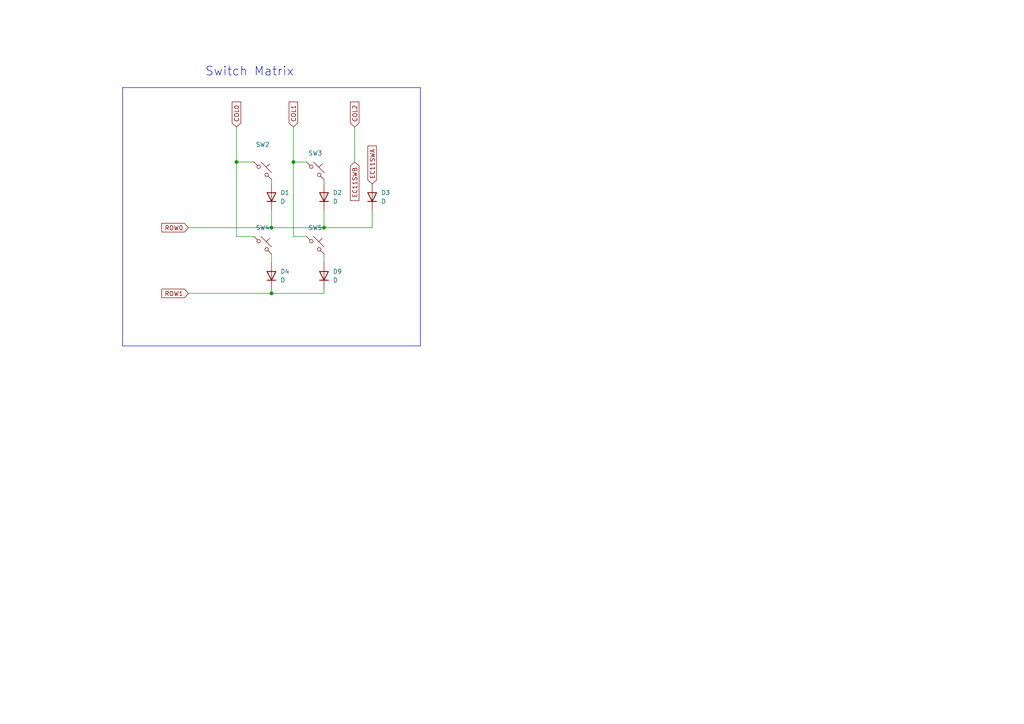
<source format=kicad_sch>
(kicad_sch (version 20231120) (generator "eeschema") (generator_version "8.0")
  (paper "A4")
  (lib_symbols
    (symbol "Device:D" (pin_numbers hide) (pin_names (offset 1.016) hide)
      (property "Reference" "D" (at 0 2.54 0))
      (property "Value" "D" (at 0 -2.54 0))
      (symbol "D_0_1"
        (polyline (pts (xy -1.27 1.27) (xy -1.27 -1.27)) (stroke (width 0.254)))
        (polyline (pts (xy 1.27 0) (xy -1.27 0)))
        (polyline (pts (xy 1.27 1.27) (xy 1.27 -1.27) (xy -1.27 0) (xy 1.27 1.27)) (stroke (width 0.254)))
      )
      (symbol "D_1_1"
        (pin passive line (at -3.81 0 0) (length 2.54) (name "K") (number "1"))
        (pin passive line (at 3.81 0 180) (length 2.54) (name "A") (number "2"))
      )
    )
    (symbol "Switch:SW_Push_45deg" (pin_numbers hide) (pin_names (offset 1.016) hide)
      (property "Reference" "SW" (at 3.048 1.016 0))
      (property "Value" "SW_Push_45deg" (at 0 -3.81 0))
      (symbol "SW_Push_45deg_0_1"
        (circle (center -1.1684 1.1684) (radius 0.508))
        (polyline (pts (xy -0.508 2.54) (xy 2.54 -0.508)))
        (polyline (pts (xy 1.016 1.016) (xy 2.032 2.032)))
        (polyline (pts (xy -2.54 2.54) (xy -1.524 1.524) (xy -1.524 1.524)))
        (polyline (pts (xy 1.524 -1.524) (xy 2.54 -2.54) (xy 2.54 -2.54) (xy 2.54 -2.54)))
        (circle (center 1.143 -1.1938) (radius 0.508))
        (pin passive line (at -2.54 2.54 0) (length 0) (name "1") (number "1"))
        (pin passive line (at 2.54 -2.54 180) (length 0) (name "2") (number "2"))
      )
    )
  )
  (junction (at 85.09 46.99))
  (junction (at 78.74 85.09))
  (junction (at 78.74 66.04))
  (junction (at 93.98 66.04))
  (junction (at 68.58 46.99))
  (wire (pts (xy 68.58 46.99) (xy 68.58 68.58)))
  (wire (pts (xy 107.95 60.96) (xy 107.95 66.04)))
  (wire (pts (xy 68.58 68.58) (xy 73.66 68.58)))
  (wire (pts (xy 93.98 73.66) (xy 93.98 76.2)))
  (wire (pts (xy 78.74 83.82) (xy 78.74 85.09)))
  (wire (pts (xy 78.74 60.96) (xy 78.74 66.04)))
  (wire (pts (xy 54.61 85.09) (xy 78.74 85.09)))
  (wire (pts (xy 78.74 53.34) (xy 78.74 52.07)))
  (wire (pts (xy 85.09 46.99) (xy 88.9 46.99)))
  (wire (pts (xy 85.09 46.99) (xy 85.09 36.83)))
  (wire (pts (xy 107.95 66.04) (xy 93.98 66.04)))
  (wire (pts (xy 54.61 66.04) (xy 78.74 66.04)))
  (wire (pts (xy 78.74 85.09) (xy 93.98 85.09)))
  (wire (pts (xy 102.87 36.83) (xy 102.87 46.99)))
  (wire (pts (xy 68.58 46.99) (xy 73.66 46.99)))
  (wire (pts (xy 78.74 76.2) (xy 78.74 73.66)))
  (wire (pts (xy 93.98 85.09) (xy 93.98 83.82)))
  (wire (pts (xy 93.98 60.96) (xy 93.98 66.04)))
  (wire (pts (xy 78.74 66.04) (xy 93.98 66.04)))
  (wire (pts (xy 68.58 36.83) (xy 68.58 46.99)))
  (wire (pts (xy 93.98 52.07) (xy 93.98 53.34)))
  (wire (pts (xy 85.09 68.58) (xy 88.9 68.58)))
  (wire (pts (xy 85.09 46.99) (xy 85.09 68.58)))
  (rectangle (start 35.56 25.4) (end 121.92 100.33))
  (text "Switch Matrix\n" (at 72.39 20.828 0) (effects (font (size 2.54 2.54))))
  (global_label "EC11SWB" (shape input) (at 102.87 46.99 270) (property "Intersheetrefs" "${INTERSHEET_REFS}" (effects (hide yes))))
  (global_label "ROW1" (shape input) (at 54.61 85.09 180) (property "Intersheetrefs" "${INTERSHEET_REFS}" (effects (hide yes))))
  (global_label "EC11SWA" (shape input) (at 107.95 53.34 90) (property "Intersheetrefs" "${INTERSHEET_REFS}" (effects (hide yes))))
  (global_label "COL2" (shape input) (at 102.87 36.83 90) (property "Intersheetrefs" "${INTERSHEET_REFS}" (effects (hide yes))))
  (global_label "COL0" (shape input) (at 68.58 36.83 90) (property "Intersheetrefs" "${INTERSHEET_REFS}" (effects (hide yes))))
  (global_label "ROW0" (shape input) (at 54.61 66.04 180) (property "Intersheetrefs" "${INTERSHEET_REFS}" (effects (hide yes))))
  (global_label "COL1" (shape input) (at 85.09 36.83 90) (property "Intersheetrefs" "${INTERSHEET_REFS}" (effects (hide yes))))
  (symbol (lib_id "Switch:SW_Push_45deg") (at 76.2 71.12 0) (unit 1)
    (property "Reference" "SW4" (at 76.2 66.04 0))
    (property "Value" "SW_Push_45deg" (effects (hide yes)))
    (property "Footprint" "MX_Solderable:MX-Solderable-1U" (effects (hide yes)))
    (property "Description" "Push button switch, normally open, two pins, 45° tilted" (effects (hide yes)))
  )
  (symbol (lib_id "Device:D") (at 93.98 80.01 90) (unit 1)
    (property "Reference" "D9" (at 96.52 78.7399 90) (effects (justify right)))
    (property "Value" "D" (at 96.52 81.2799 90) (effects (justify right)))
    (property "Footprint" "Diode_THT:D_DO-35_SOD27_P7.62mm_Horizontal" (effects (hide yes)))
    (property "Description" "Diode" (effects (hide yes)))
    (property "Sim.Device" "D" (effects (hide yes)))
    (property "Sim.Pins" "1=K 2=A" (effects (hide yes)))
  )
  (symbol (lib_id "Device:D") (at 78.74 57.15 90) (unit 1)
    (property "Reference" "D1" (at 81.28 55.8799 90) (effects (justify right)))
    (property "Value" "D" (at 81.28 58.4199 90) (effects (justify right)))
    (property "Footprint" "Diode_THT:D_DO-35_SOD27_P7.62mm_Horizontal" (effects (hide yes)))
    (property "Description" "Diode" (effects (hide yes)))
    (property "Sim.Device" "D" (effects (hide yes)))
    (property "Sim.Pins" "1=K 2=A" (effects (hide yes)))
  )
  (symbol (lib_id "Switch:SW_Push_45deg") (at 91.44 49.53 0) (unit 1)
    (property "Reference" "SW3" (at 91.44 44.45 0))
    (property "Value" "SW_Push_45deg" (effects (hide yes)))
    (property "Footprint" "MX_Solderable:MX-Solderable-1U" (effects (hide yes)))
    (property "Description" "Push button switch, normally open, two pins, 45° tilted" (effects (hide yes)))
  )
  (symbol (lib_id "Device:D") (at 107.95 57.15 90) (unit 1)
    (property "Reference" "D3" (at 110.49 55.8799 90) (effects (justify right)))
    (property "Value" "D" (at 110.49 58.4199 90) (effects (justify right)))
    (property "Footprint" "Diode_THT:D_DO-35_SOD27_P7.62mm_Horizontal" (effects (hide yes)))
    (property "Description" "Diode" (effects (hide yes)))
    (property "Sim.Device" "D" (effects (hide yes)))
    (property "Sim.Pins" "1=K 2=A" (effects (hide yes)))
  )
  (symbol (lib_id "Device:D") (at 93.98 57.15 90) (unit 1)
    (property "Reference" "D2" (at 96.52 55.8799 90) (effects (justify right)))
    (property "Value" "D" (at 96.52 58.4199 90) (effects (justify right)))
    (property "Footprint" "Diode_THT:D_DO-35_SOD27_P7.62mm_Horizontal" (effects (hide yes)))
    (property "Description" "Diode" (effects (hide yes)))
    (property "Sim.Device" "D" (effects (hide yes)))
    (property "Sim.Pins" "1=K 2=A" (effects (hide yes)))
  )
  (symbol (lib_id "Switch:SW_Push_45deg") (at 76.2 49.53 0) (unit 1)
    (property "Reference" "SW2" (at 76.2 41.91 0))
    (property "Value" "SW_Push_45deg" (effects (hide yes)))
    (property "Footprint" "MX_Solderable:MX-Solderable-1U" (effects (hide yes)))
    (property "Description" "Push button switch, normally open, two pins, 45° tilted" (effects (hide yes)))
  )
  (symbol (lib_id "Device:D") (at 78.74 80.01 90) (unit 1)
    (property "Reference" "D4" (at 81.28 78.7399 90) (effects (justify right)))
    (property "Value" "D" (at 81.28 81.2799 90) (effects (justify right)))
    (property "Footprint" "Diode_THT:D_DO-35_SOD27_P7.62mm_Horizontal" (effects (hide yes)))
    (property "Description" "Diode" (effects (hide yes)))
    (property "Sim.Device" "D" (effects (hide yes)))
    (property "Sim.Pins" "1=K 2=A" (effects (hide yes)))
  )
  (symbol (lib_id "Switch:SW_Push_45deg") (at 91.44 71.12 0) (unit 1)
    (property "Reference" "SW5" (at 91.44 66.04 0))
    (property "Value" "SW_Push_45deg" (effects (hide yes)))
    (property "Footprint" "MX_Solderable:MX-Solderable-1U" (effects (hide yes)))
    (property "Description" "Push button switch, normally open, two pins, 45° tilted" (effects (hide yes)))
  )
)
</source>
